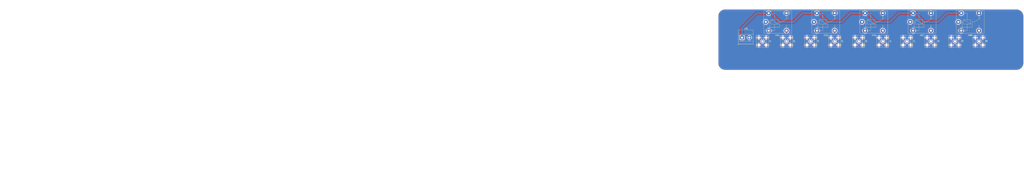
<source format=kicad_pcb>
(kicad_pcb (version 20211014) (generator pcbnew)
  (layers (0 "F.Cu" signal) (31 "B.Cu" signal) (34 "B.Paste" user) (35 "F.Paste" user) (36 "B.SilkS" user "B.Silkscreen") (37 "F.SilkS" user "F.Silkscreen") (38 "B.Mask" user) (39 "F.Mask" user) (44 "Edge.Cuts" user))
  (net 0 "")
  (net 1 "Net-(J0-Pad1)")
  (net 2 "GND")
  (net 3 "Net-(J1-Pad1)")
  (net 4 "Net-(J2-Pad1)")
  (net 5 "Net-(J3-Pad1)")
  (net 6 "Net-(J4-Pad1)")
  (net 7 "Net-(J5-Pad1)")
  (net 8 "Net-(J6-Pad1)")
  (net 9 "Net-(J7-Pad1)")
  (net 10 "Net-(J8-Pad1)")
  (net 11 "Net-(J9-Pad1)")
  (net 12 "+12V")
  (footprint "Connector_Coaxial:SMA_Amphenol_132203-12_Horizontal" (layer "F.Cu") (at 175.7 127.25 180)
    (fp_text reference "J7" (at -5.2 0 90) (layer "F.SilkS"))
    (fp_text value "SMA Connector")
    (fp_line (start -4.15 -4.15) (end -4.15 4.15) (layer "F.SilkS") (width 0.12))
    (fp_line (start 4.15 -4.15) (end 4.15 4.15) (layer "F.SilkS") (width 0.12))
    (fp_line (start -4.15 4.15) (end 4.15 4.15) (layer "F.SilkS") (width 0.12))
    (fp_line (start -4.15 -4.15) (end 4.15 -4.15) (layer "F.SilkS") (width 0.12))
    (pad "1" thru_hole circle (at 0 0 180) (size 2.25 2.25) (drill 1.5) (layers *.Cu *.Mask) (net 9 "Net-(J7-Pad1)"))
    (pad "2" thru_hole circle (at 2.54 2.54 270) (size 2.25 2.25) (drill 1.7) (layers *.Cu *.Mask) (net 2 "GND"))
    (pad "2" thru_hole circle (at 2.54 -2.54 180) (size 2.25 2.25) (drill 1.7) (layers *.Cu *.Mask) (net 2 "GND"))
    (pad "2" thru_hole circle (at -2.54 2.54 180) (size 2.25 2.25) (drill 1.7) (layers *.Cu *.Mask) (net 2 "GND"))
    (pad "2" thru_hole circle (at -2.54 -2.54 180) (size 2.25 2.25) (drill 1.7) (layers *.Cu *.Mask) (net 2 "GND"))
  )
  (footprint "Connector_Coaxial:SMA_Amphenol_132203-12_Horizontal" (layer "F.Cu") (at 192.2 127.25 180)
    (fp_text reference "J6" (at -5.2 0 90) (layer "F.SilkS"))
    (fp_text value "SMA Connector")
    (fp_line (start -4.15 4.15) (end 4.15 4.15) (layer "F.SilkS") (width 0.12))
    (fp_line (start -4.15 -4.15) (end -4.15 4.15) (layer "F.SilkS") (width 0.12))
    (fp_line (start 4.15 -4.15) (end 4.15 4.15) (layer "F.SilkS") (width 0.12))
    (fp_line (start -4.15 -4.15) (end 4.15 -4.15) (layer "F.SilkS") (width 0.12))
    (pad "1" thru_hole circle (at 0 0 180) (size 2.25 2.25) (drill 1.5) (layers *.Cu *.Mask) (net 8 "Net-(J6-Pad1)"))
    (pad "2" thru_hole circle (at -2.54 2.54 180) (size 2.25 2.25) (drill 1.7) (layers *.Cu *.Mask) (net 2 "GND"))
    (pad "2" thru_hole circle (at 2.54 2.54 270) (size 2.25 2.25) (drill 1.7) (layers *.Cu *.Mask) (net 2 "GND"))
    (pad "2" thru_hole circle (at -2.54 -2.54 180) (size 2.25 2.25) (drill 1.7) (layers *.Cu *.Mask) (net 2 "GND"))
    (pad "2" thru_hole circle (at 2.54 -2.54 180) (size 2.25 2.25) (drill 1.7) (layers *.Cu *.Mask) (net 2 "GND"))
  )
  (footprint "Connector_Coaxial:SMA_Amphenol_132203-12_Horizontal" (layer "F.Cu") (at 142.7 127.25 180)
    (fp_text reference "J5" (at -5.2 0 90) (layer "F.SilkS"))
    (fp_text value "SMA Connector")
    (fp_line (start -4.15 4.15) (end 4.15 4.15) (layer "F.SilkS") (width 0.12))
    (fp_line (start -4.15 -4.15) (end -4.15 4.15) (layer "F.SilkS") (width 0.12))
    (fp_line (start 4.15 -4.15) (end 4.15 4.15) (layer "F.SilkS") (width 0.12))
    (fp_line (start -4.15 -4.15) (end 4.15 -4.15) (layer "F.SilkS") (width 0.12))
    (pad "1" thru_hole circle (at 0 0 180) (size 2.25 2.25) (drill 1.5) (layers *.Cu *.Mask) (net 7 "Net-(J5-Pad1)"))
    (pad "2" thru_hole circle (at -2.54 -2.54 180) (size 2.25 2.25) (drill 1.7) (layers *.Cu *.Mask) (net 2 "GND"))
    (pad "2" thru_hole circle (at 2.54 -2.54 180) (size 2.25 2.25) (drill 1.7) (layers *.Cu *.Mask) (net 2 "GND"))
    (pad "2" thru_hole circle (at -2.54 2.54 180) (size 2.25 2.25) (drill 1.7) (layers *.Cu *.Mask) (net 2 "GND"))
    (pad "2" thru_hole circle (at 2.54 2.54 270) (size 2.25 2.25) (drill 1.7) (layers *.Cu *.Mask) (net 2 "GND"))
  )
  (footprint "Relay_THT:Relay_SPDT_Finder_36.11" (layer "F.Cu") (at 145 113.9)
    (fp_text reference "K45" (at 8.1 9.2) (layer "F.SilkS"))
    (fp_text value "FINDER-36.11")
    (fp_line (start -1.5 -7.7) (end 17.7 -7.7) (layer "F.SilkS") (width 0.12))
    (fp_line (start 8.5 1.5) (end 3.5 -1.5) (layer "F.SilkS") (width 0.12))
    (fp_line (start 2.6 0) (end 2.6 3.7) (layer "F.SilkS") (width 0.12))
    (fp_line (start 6 -6) (end 6 -1.5) (layer "F.SilkS") (width 0.12))
    (fp_line (start -1.5 -7.7) (end -1.5 -1.2) (layer "F.SilkS") (width 0.12))
    (fp_line (start 14.2 4.3) (end 14.2 2) (layer "F.SilkS") (width 0.12))
    (fp_line (start 9.5 0) (end 9.5 3.7) (layer "F.SilkS") (width 0.12))
    (fp_line (start 9.5 0) (end 11 0) (layer "F.SilkS") (width 0.12))
    (fp_line (start 8.5 1.5) (end 3.5 1.5) (layer "F.SilkS") (width 0.12))
    (fp_line (start -1.5 1.2) (end -1.5 7.7) (layer "F.SilkS") (width 0.12))
    (fp_line (start 6 -6) (end 3.7 -6) (layer "F.SilkS") (width 0.12))
    (fp_line (start 2.6 0) (end 1.7 0) (layer "F.SilkS") (width 0.12))
    (fp_line (start 3.5 -1.5) (end 8.5 -1.5) (layer "F.SilkS") (width 0.12))
    (fp_line (start 3.5 1.5) (end 3.5 -1.5) (layer "F.SilkS") (width 0.12))
    (fp_line (start 17.7 7.7) (end -1.5 7.7) (layer "F.SilkS") (width 0.12))
    (fp_line (start 17.7 -7.7) (end 17.7 7.7) (layer "F.SilkS") (width 0.12))
    (fp_line (start 8.5 -1.5) (end 8.5 1.5) (layer "F.SilkS") (width 0.12))
    (fp_line (start 6 1.5) (end 6 6) (layer "F.SilkS") (width 0.12))
    (fp_line (start 9.5 3.7) (end 2.6 3.7) (layer "F.SilkS") (width 0.12))
    (fp_line (start 3.7 6) (end 6 6) (layer "F.SilkS") (width 0.12))
    (fp_line (start 14.2 -4.3) (end 14.2 -2) (layer "F.SilkS") (width 0.12))
    (fp_line (start 11 0) (end 15.5 -2.7) (layer "F.SilkS") (width 0.12))
    (pad "11" thru_hole circle (at 0 0) (size 3 3) (drill 1.3) (layers *.Cu *.Mask) (net 7 "Net-(J5-Pad1)"))
    (pad "12" thru_hole circle (at 14.2 -6) (size 3 3) (drill 1.3) (layers *.Cu *.Mask) (net 2 "GND"))
    (pad "14" thru_hole circle (at 14.2 6) (size 3 3) (drill 1.3) (layers *.Cu *.Mask) (net 6 "Net-(J4-Pad1)"))
    (pad "A1" thru_hole circle (at 2 6) (size 3 3) (drill 1.3) (layers *.Cu *.Mask) (net 2 "GND"))
    (pad "A2" thru_hole circle (at 2 -6) (size 3 3) (drill 1.3) (layers *.Cu *.Mask) (net 12 "+12V"))
  )
  (footprint "Connector_Coaxial:SMA_Amphenol_132203-12_Horizontal" (layer "F.Cu") (at 109.7 127.25 180)
    (fp_text reference "J3" (at -5.2 0 90) (layer "F.SilkS"))
    (fp_text value "SMA Connector")
    (fp_line (start -4.15 -4.15) (end 4.15 -4.15) (layer "F.SilkS") (width 0.12))
    (fp_line (start -4.15 -4.15) (end -4.15 4.15) (layer "F.SilkS") (width 0.12))
    (fp_line (start -4.15 4.15) (end 4.15 4.15) (layer "F.SilkS") (width 0.12))
    (fp_line (start 4.15 -4.15) (end 4.15 4.15) (layer "F.SilkS") (width 0.12))
    (pad "1" thru_hole circle (at 0 0 180) (size 2.25 2.25) (drill 1.5) (layers *.Cu *.Mask) (net 5 "Net-(J3-Pad1)"))
    (pad "2" thru_hole circle (at -2.54 -2.54 180) (size 2.25 2.25) (drill 1.7) (layers *.Cu *.Mask) (net 2 "GND"))
    (pad "2" thru_hole circle (at 2.54 2.54 270) (size 2.25 2.25) (drill 1.7) (layers *.Cu *.Mask) (net 2 "GND"))
    (pad "2" thru_hole circle (at 2.54 -2.54 180) (size 2.25 2.25) (drill 1.7) (layers *.Cu *.Mask) (net 2 "GND"))
    (pad "2" thru_hole circle (at -2.54 2.54 180) (size 2.25 2.25) (drill 1.7) (layers *.Cu *.Mask) (net 2 "GND"))
  )
  (footprint "Connector_Coaxial:SMA_Amphenol_132203-12_Horizontal" (layer "F.Cu") (at 159.2 127.25 180)
    (fp_text reference "J4" (at -5.2 0 90) (layer "F.SilkS"))
    (fp_text value "SMA Connector")
    (fp_line (start -4.15 4.15) (end 4.15 4.15) (layer "F.SilkS") (width 0.12))
    (fp_line (start 4.15 -4.15) (end 4.15 4.15) (layer "F.SilkS") (width 0.12))
    (fp_line (start -4.15 -4.15) (end -4.15 4.15) (layer "F.SilkS") (width 0.12))
    (fp_line (start -4.15 -4.15) (end 4.15 -4.15) (layer "F.SilkS") (width 0.12))
    (pad "1" thru_hole circle (at 0 0 180) (size 2.25 2.25) (drill 1.5) (layers *.Cu *.Mask) (net 6 "Net-(J4-Pad1)"))
    (pad "2" thru_hole circle (at -2.54 -2.54 180) (size 2.25 2.25) (drill 1.7) (layers *.Cu *.Mask) (net 2 "GND"))
    (pad "2" thru_hole circle (at 2.54 2.54 270) (size 2.25 2.25) (drill 1.7) (layers *.Cu *.Mask) (net 2 "GND"))
    (pad "2" thru_hole circle (at -2.54 2.54 180) (size 2.25 2.25) (drill 1.7) (layers *.Cu *.Mask) (net 2 "GND"))
    (pad "2" thru_hole circle (at 2.54 -2.54 180) (size 2.25 2.25) (drill 1.7) (layers *.Cu *.Mask) (net 2 "GND"))
  )
  (footprint "Relay_THT:Relay_SPDT_Finder_36.11" (layer "F.Cu") (at 211 113.9)
    (fp_text reference "K89" (at 8.1 9.2) (layer "F.SilkS"))
    (fp_text value "FINDER-36.11")
    (fp_line (start 14.2 4.3) (end 14.2 2) (layer "F.SilkS") (width 0.12))
    (fp_line (start 3.5 -1.5) (end 8.5 -1.5) (layer "F.SilkS") (width 0.12))
    (fp_line (start -1.5 -7.7) (end -1.5 -1.2) (layer "F.SilkS") (width 0.12))
    (fp_line (start 9.5 0) (end 9.5 3.7) (layer "F.SilkS") (width 0.12))
    (fp_line (start 3.5 1.5) (end 3.5 -1.5) (layer "F.SilkS") (width 0.12))
    (fp_line (start 8.5 1.5) (end 3.5 1.5) (layer "F.SilkS") (width 0.12))
    (fp_line (start 9.5 0) (end 11 0) (layer "F.SilkS") (width 0.12))
    (fp_line (start 8.5 1.5) (end 3.5 -1.5) (layer "F.SilkS") (width 0.12))
    (fp_line (start 17.7 -7.7) (end 17.7 7.7) (layer "F.SilkS") (width 0.12))
    (fp_line (start 2.6 0) (end 2.6 3.7) (layer "F.SilkS") (width 0.12))
    (fp_line (start 17.7 7.7) (end -1.5 7.7) (layer "F.SilkS") (width 0.12))
    (fp_line (start 6 -6) (end 6 -1.5) (layer "F.SilkS") (width 0.12))
    (fp_line (start 14.2 -4.3) (end 14.2 -2) (layer "F.SilkS") (width 0.12))
    (fp_line (start 3.7 6) (end 6 6) (layer "F.SilkS") (width 0.12))
    (fp_line (start -1.5 -7.7) (end 17.7 -7.7) (layer "F.SilkS") (width 0.12))
    (fp_line (start 6 -6) (end 3.7 -6) (layer "F.SilkS") (width 0.12))
    (fp_line (start 9.5 3.7) (end 2.6 3.7) (layer "F.SilkS") (width 0.12))
    (fp_line (start -1.5 1.2) (end -1.5 7.7) (layer "F.SilkS") (width 0.12))
    (fp_line (start 11 0) (end 15.5 -2.7) (layer "F.SilkS") (width 0.12))
    (fp_line (start 2.6 0) (end 1.7 0) (layer "F.SilkS") (width 0.12))
    (fp_line (start 6 1.5) (end 6 6) (layer "F.SilkS") (width 0.12))
    (fp_line (start 8.5 -1.5) (end 8.5 1.5) (layer "F.SilkS") (width 0.12))
    (pad "11" thru_hole circle (at 0 0) (size 3 3) (drill 1.3) (layers *.Cu *.Mask) (net 11 "Net-(J9-Pad1)"))
    (pad "12" thru_hole circle (at 14.2 -6) (size 3 3) (drill 1.3) (layers *.Cu *.Mask) (net 2 "GND"))
    (pad "14" thru_hole circle (at 14.2 6) (size 3 3) (drill 1.3) (layers *.Cu *.Mask) (net 10 "Net-(J8-Pad1)"))
    (pad "A1" thru_hole circle (at 2 6) (size 3 3) (drill 1.3) (layers *.Cu *.Mask) (net 2 "GND"))
    (pad "A2" thru_hole circle (at 2 -6) (size 3 3) (drill 1.3) (layers *.Cu *.Mask) (net 12 "+12V"))
  )
  (footprint "Relay_THT:Relay_SPDT_Finder_36.11" (layer "F.Cu") (at 112 113.9)
    (fp_text reference "K23" (at 8.1 9.2) (layer "F.SilkS"))
    (fp_text value "FINDER-36.11")
    (fp_line (start 14.2 -4.3) (end 14.2 -2) (layer "F.SilkS") (width 0.12))
    (fp_line (start 8.5 -1.5) (end 8.5 1.5) (layer "F.SilkS") (width 0.12))
    (fp_line (start -1.5 -7.7) (end -1.5 -1.2) (layer "F.SilkS") (width 0.12))
    (fp_line (start 17.7 -7.7) (end 17.7 7.7) (layer "F.SilkS") (width 0.12))
    (fp_line (start 8.5 1.5) (end 3.5 1.5) (layer "F.SilkS") (width 0.12))
    (fp_line (start 8.5 1.5) (end 3.5 -1.5) (layer "F.SilkS") (width 0.12))
    (fp_line (start 17.7 7.7) (end -1.5 7.7) (layer "F.SilkS") (width 0.12))
    (fp_line (start 3.5 -1.5) (end 8.5 -1.5) (layer "F.SilkS") (width 0.12))
    (fp_line (start 6 -6) (end 6 -1.5) (layer "F.SilkS") (width 0.12))
    (fp_line (start 9.5 3.7) (end 2.6 3.7) (layer "F.SilkS") (width 0.12))
    (fp_line (start 2.6 0) (end 1.7 0) (layer "F.SilkS") (width 0.12))
    (fp_line (start 6 1.5) (end 6 6) (layer "F.SilkS") (width 0.12))
    (fp_line (start 3.7 6) (end 6 6) (layer "F.SilkS") (width 0.12))
    (fp_line (start 11 0) (end 15.5 -2.7) (layer "F.SilkS") (width 0.12))
    (fp_line (start 9.5 0) (end 11 0) (layer "F.SilkS") (width 0.12))
    (fp_line (start 3.5 1.5) (end 3.5 -1.5) (layer "F.SilkS") (width 0.12))
    (fp_line (start 6 -6) (end 3.7 -6) (layer "F.SilkS") (width 0.12))
    (fp_line (start 14.2 4.3) (end 14.2 2) (layer "F.SilkS") (width 0.12))
    (fp_line (start 2.6 0) (end 2.6 3.7) (layer "F.SilkS") (width 0.12))
    (fp_line (start -1.5 -7.7) (end 17.7 -7.7) (layer "F.SilkS") (width 0.12))
    (fp_line (start 9.5 0) (end 9.5 3.7) (layer "F.SilkS") (width 0.12))
    (fp_line (start -1.5 1.2) (end -1.5 7.7) (layer "F.SilkS") (width 0.12))
    (pad "11" thru_hole circle (at 0 0) (size 3 3) (drill 1.3) (layers *.Cu *.Mask) (net 5 "Net-(J3-Pad1)"))
    (pad "12" thru_hole circle (at 14.2 -6) (size 3 3) (drill 1.3) (layers *.Cu *.Mask) (net 2 "GND"))
    (pad "14" thru_hole circle (at 14.2 6) (size 3 3) (drill 1.3) (layers *.Cu *.Mask) (net 4 "Net-(J2-Pad1)"))
    (pad "A1" thru_hole circle (at 2 6) (size 3 3) (drill 1.3) (layers *.Cu *.Mask) (net 2 "GND"))
    (pad "A2" thru_hole circle (at 2 -6) (size 3 3) (drill 1.3) (layers *.Cu *.Mask) (net 12 "+12V"))
  )
  (footprint "Connector_Coaxial:SMA_Amphenol_132203-12_Horizontal" (layer "F.Cu") (at 93.2 127.25 180)
    (fp_text reference "J0" (at -5.2 0 90) (layer "F.SilkS"))
    (fp_text value "SMA Connector")
    (fp_line (start -4.15 -4.15) (end -4.15 4.15) (layer "F.SilkS") (width 0.12))
    (fp_line (start -4.15 -4.15) (end 4.15 -4.15) (layer "F.SilkS") (width 0.12))
    (fp_line (start 4.15 -4.15) (end 4.15 4.15) (layer "F.SilkS") (width 0.12))
    (fp_line (start -4.15 4.15) (end 4.15 4.15) (layer "F.SilkS") (width 0.12))
    (pad "1" thru_hole circle (at 0 0 180) (size 2.25 2.25) (drill 1.5) (layers *.Cu *.Mask) (net 1 "Net-(J0-Pad1)"))
    (pad "2" thru_hole circle (at 2.54 -2.54 180) (size 2.25 2.25) (drill 1.7) (layers *.Cu *.Mask) (net 2 "GND"))
    (pad "2" thru_hole circle (at -2.54 2.54 180) (size 2.25 2.25) (drill 1.7) (layers *.Cu *.Mask) (net 2 "GND"))
    (pad "2" thru_hole circle (at -2.54 -2.54 180) (size 2.25 2.25) (drill 1.7) (layers *.Cu *.Mask) (net 2 "GND"))
    (pad "2" thru_hole circle (at 2.54 2.54 270) (size 2.25 2.25) (drill 1.7) (layers *.Cu *.Mask) (net 2 "GND"))
  )
  (footprint "Connector_Coaxial:SMA_Amphenol_132203-12_Horizontal" (layer "F.Cu") (at 76.7 127.25 180)
    (fp_text reference "J1" (at -5.2 0 90) (layer "F.SilkS"))
    (fp_text value "SMA Connector")
    (fp_line (start -4.15 4.15) (end 4.15 4.15) (layer "F.SilkS") (width 0.12))
    (fp_line (start -4.15 -4.15) (end -4.15 4.15) (layer "F.SilkS") (width 0.12))
    (fp_line (start 4.15 -4.15) (end 4.15 4.15) (layer "F.SilkS") (width 0.12))
    (fp_line (start -4.15 -4.15) (end 4.15 -4.15) (layer "F.SilkS") (width 0.12))
    (pad "1" thru_hole circle (at 0 0 180) (size 2.25 2.25) (drill 1.5) (layers *.Cu *.Mask) (net 3 "Net-(J1-Pad1)"))
    (pad "2" thru_hole circle (at -2.54 -2.54 180) (size 2.25 2.25) (drill 1.7) (layers *.Cu *.Mask) (net 2 "GND"))
    (pad "2" thru_hole circle (at 2.54 2.54 270) (size 2.25 2.25) (drill 1.7) (layers *.Cu *.Mask) (net 2 "GND"))
    (pad "2" thru_hole circle (at 2.54 -2.54 180) (size 2.25 2.25) (drill 1.7) (layers *.Cu *.Mask) (net 2 "GND"))
    (pad "2" thru_hole circle (at -2.54 2.54 180) (size 2.25 2.25) (drill 1.7) (layers *.Cu *.Mask) (net 2 "GND"))
  )
  (footprint "Connector_Coaxial:SMA_Amphenol_132203-12_Horizontal" (layer "F.Cu") (at 225.2 127.25 180)
    (fp_text reference "J8" (at -5.2 0 90) (layer "F.SilkS"))
    (fp_text value "SMA Connector")
    (fp_line (start -4.15 -4.15) (end 4.15 -4.15) (layer "F.SilkS") (width 0.12))
    (fp_line (start -4.15 -4.15) (end -4.15 4.15) (layer "F.SilkS") (width 0.12))
    (fp_line (start -4.15 4.15) (end 4.15 4.15) (layer "F.SilkS") (width 0.12))
    (fp_line (start 4.15 -4.15) (end 4.15 4.15) (layer "F.SilkS") (width 0.12))
    (pad "1" thru_hole circle (at 0 0 180) (size 2.25 2.25) (drill 1.5) (layers *.Cu *.Mask) (net 10 "Net-(J8-Pad1)"))
    (pad "2" thru_hole circle (at 2.54 2.54 270) (size 2.25 2.25) (drill 1.7) (layers *.Cu *.Mask) (net 2 "GND"))
    (pad "2" thru_hole circle (at 2.54 -2.54 180) (size 2.25 2.25) (drill 1.7) (layers *.Cu *.Mask) (net 2 "GND"))
    (pad "2" thru_hole circle (at -2.54 -2.54 180) (size 2.25 2.25) (drill 1.7) (layers *.Cu *.Mask) (net 2 "GND"))
    (pad "2" thru_hole circle (at -2.54 2.54 180) (size 2.25 2.25) (drill 1.7) (layers *.Cu *.Mask) (net 2 "GND"))
  )
  (footprint "Connector_Coaxial:SMA_Amphenol_132203-12_Horizontal" (layer "F.Cu") (at 126.2 127.25 180)
    (fp_text reference "J2" (at -5.2 0 90) (layer "F.SilkS"))
    (fp_text value "SMA Connector")
    (fp_line (start -4.15 4.15) (end 4.15 4.15) (layer "F.SilkS") (width 0.12))
    (fp_line (start -4.15 -4.15) (end -4.15 4.15) (layer "F.SilkS") (width 0.12))
    (fp_line (start -4.15 -4.15) (end 4.15 -4.15) (layer "F.SilkS") (width 0.12))
    (fp_line (start 4.15 -4.15) (end 4.15 4.15) (layer "F.SilkS") (width 0.12))
    (pad "1" thru_hole circle (at 0 0 180) (size 2.25 2.25) (drill 1.5) (layers *.Cu *.Mask) (net 4 "Net-(J2-Pad1)"))
    (pad "2" thru_hole circle (at -2.54 2.54 180) (size 2.25 2.25) (drill 1.7) (layers *.Cu *.Mask) (net 2 "GND"))
    (pad "2" thru_hole circle (at 2.54 2.54 270) (size 2.25 2.25) (drill 1.7) (layers *.Cu *.Mask) (net 2 "GND"))
    (pad "2" thru_hole circle (at 2.54 -2.54 180) (size 2.25 2.25) (drill 1.7) (layers *.Cu *.Mask) (net 2 "GND"))
    (pad "2" thru_hole circle (at -2.54 -2.54 180) (size 2.25 2.25) (drill 1.7) (layers *.Cu *.Mask) (net 2 "GND"))
  )
  (footprint "Relay_THT:Relay_SPDT_Finder_36.11" (layer "F.Cu") (at 178 113.9)
    (fp_text reference "K67" (at 8.1 9.2) (layer "F.SilkS"))
    (fp_text value "FINDER-36.11")
    (fp_line (start -1.5 -7.7) (end 17.7 -7.7) (layer "F.SilkS") (width 0.12))
    (fp_line (start 9.5 3.7) (end 2.6 3.7) (layer "F.SilkS") (width 0.12))
    (fp_line (start 14.2 4.3) (end 14.2 2) (layer "F.SilkS") (width 0.12))
    (fp_line (start 3.5 1.5) (end 3.5 -1.5) (layer "F.SilkS") (width 0.12))
    (fp_line (start 17.7 -7.7) (end 17.7 7.7) (layer "F.SilkS") (width 0.12))
    (fp_line (start 2.6 0) (end 2.6 3.7) (layer "F.SilkS") (width 0.12))
    (fp_line (start 9.5 0) (end 9.5 3.7) (layer "F.SilkS") (width 0.12))
    (fp_line (start 3.5 -1.5) (end 8.5 -1.5) (layer "F.SilkS") (width 0.12))
    (fp_line (start 3.7 6) (end 6 6) (layer "F.SilkS") (width 0.12))
    (fp_line (start 2.6 0) (end 1.7 0) (layer "F.SilkS") (width 0.12))
    (fp_line (start 11 0) (end 15.5 -2.7) (layer "F.SilkS") (width 0.12))
    (fp_line (start 14.2 -4.3) (end 14.2 -2) (layer "F.SilkS") (width 0.12))
    (fp_line (start 6 1.5) (end 6 6) (layer "F.SilkS") (width 0.12))
    (fp_line (start -1.5 1.2) (end -1.5 7.7) (layer "F.SilkS") (width 0.12))
    (fp_line (start 9.5 0) (end 11 0) (layer "F.SilkS") (width 0.12))
    (fp_line (start 8.5 1.5) (end 3.5 -1.5) (layer "F.SilkS") (width 0.12))
    (fp_line (start 6 -6) (end 6 -1.5) (layer "F.SilkS") (width 0.12))
    (fp_line (start -1.5 -7.7) (end -1.5 -1.2) (layer "F.SilkS") (width 0.12))
    (fp_line (start 8.5 -1.5) (end 8.5 1.5) (layer "F.SilkS") (width 0.12))
    (fp_line (start 6 -6) (end 3.7 -6) (layer "F.SilkS") (width 0.12))
    (fp_line (start 8.5 1.5) (end 3.5 1.5) (layer "F.SilkS") (width 0.12))
    (fp_line (start 17.7 7.7) (end -1.5 7.7) (layer "F.SilkS") (width 0.12))
    (pad "11" thru_hole circle (at 0 0) (size 3 3) (drill 1.3) (layers *.Cu *.Mask) (net 9 "Net-(J7-Pad1)"))
    (pad "12" thru_hole circle (at 14.2 -6) (size 3 3) (drill 1.3) (layers *.Cu *.Mask) (net 2 "GND"))
    (pad "14" thru_hole circle (at 14.2 6) (size 3 3) (drill 1.3) (layers *.Cu *.Mask) (net 8 "Net-(J6-Pad1)"))
    (pad "A1" thru_hole circle (at 2 6) (size 3 3) (drill 1.3) (layers *.Cu *.Mask) (net 2 "GND"))
    (pad "A2" thru_hole circle (at 2 -6) (size 3 3) (drill 1.3) (layers *.Cu *.Mask) (net 12 "+12V"))
  )
  (footprint "TerminalBlock_Phoenix:TerminalBlock_Phoenix_MKDS-1,5-2_1x02_P5.00mm_Horizontal" (layer "F.Cu") (at 62.7 124.705001)
    (fp_text reference "J10" (at 2.5 -6.26) (layer "F.SilkS"))
    (fp_text value "Screw_Terminal_01x02")
    (fp_line (start -2.8 4.9) (end -2.3 4.9) (layer "F.SilkS") (width 0.12))
    (fp_line (start -2.56 -2.301) (end 7.56 -2.301) (layer "F.SilkS") (width 0.12))
    (fp_line (start -2.56 4.66) (end 7.56 4.66) (layer "F.SilkS") (width 0.12))
    (fp_line (start 6.07 -1.275) (end 6.035 -1.239) (layer "F.SilkS") (width 0.12))
    (fp_line (start -2.56 -5.261) (end 7.56 -5.261) (layer "F.SilkS") (width 0.12))
    (fp_line (start 3.966 1.239) (end 3.931 1.274) (layer "F.SilkS") (width 0.12))
    (fp_line (start 6.275 -1.069) (end 6.228 -1.023) (layer "F.SilkS") (width 0.12))
    (fp_line (start 3.773 1.023) (end 3.726 1.069) (layer "F.SilkS") (width 0.12))
    (fp_line (start -2.56 4.1) (end 7.56 4.1) (layer "F.SilkS") (width 0.12))
    (fp_line (start -2.56 2.6) (end 7.56 2.6) (layer "F.SilkS") (width 0.12))
    (fp_line (start -2.8 4.16) (end -2.8 4.9) (layer "F.SilkS") (width 0.12))
    (fp_line (start 7.56 -5.261) (end 7.56 4.66) (layer "F.SilkS") (width 0.12))
    (fp_line (start -2.56 -5.261) (end -2.56 4.66) (layer "F.SilkS") (width 0.12))
    (fp_arc (start 0.028805 1.680253) (mid -0.335551 1.646659) (end -0.684 1.535) (layer "F.SilkS") (width 0.12))
    (fp_arc (start 0.683318 1.534756) (mid 0.349292 1.643288) (end 0 1.68) (layer "F.SilkS") (width 0.12))
    (fp_arc (start -0.683042 -1.535427) (mid 0.000524 -1.680501) (end 0.684 -1.535) (layer "F.SilkS") (width 0.12))
    (fp_arc (start -1.535427 0.683042) (mid -1.680501 -0.000524) (end -1.535 -0.684) (layer "F.SilkS") (width 0.12))
    (fp_arc (start 1.535427 -0.683042) (mid 1.680501 0.000524) (end 1.535 0.684) (layer "F.SilkS") (width 0.12))
    (fp_circle (center 5 0) (end 6.68 0) (layer "F.SilkS") (width 0.12) (fill none))
    (pad "1" thru_hole rect (at 0 0) (size 2.6 2.6) (drill 1.3) (layers *.Cu *.Mask) (net 12 "+12V"))
    (pad "2" thru_hole circle (at 5 0) (size 2.6 2.6) (drill 1.3) (layers *.Cu *.Mask) (net 2 "GND"))
  )
  (footprint "Connector_Coaxial:SMA_Amphenol_132203-12_Horizontal" (layer "F.Cu") (at 208.7 127.25 180)
    (fp_text reference "J9" (at -5.2 0 90) (layer "F.SilkS"))
    (fp_text value "SMA Connector")
    (fp_line (start 4.15 -4.15) (end 4.15 4.15) (layer "F.SilkS") (width 0.12))
    (fp_line (start -4.15 4.15) (end 4.15 4.15) (layer "F.SilkS") (width 0.12))
    (fp_line (start -4.15 -4.15) (end 4.15 -4.15) (layer "F.SilkS") (width 0.12))
    (fp_line (start -4.15 -4.15) (end -4.15 4.15) (layer "F.SilkS") (width 0.12))
    (pad "1" thru_hole circle (at 0 0 180) (size 2.25 2.25) (drill 1.5) (layers *.Cu *.Mask) (net 11 "Net-(J9-Pad1)"))
    (pad "2" thru_hole circle (at 2.54 -2.54 180) (size 2.25 2.25) (drill 1.7) (layers *.Cu *.Mask) (net 2 "GND"))
    (pad "2" thru_hole circle (at -2.54 -2.54 180) (size 2.25 2.25) (drill 1.7) (layers *.Cu *.Mask) (net 2 "GND"))
    (pad "2" thru_hole circle (at 2.54 2.54 270) (size 2.25 2.25) (drill 1.7) (layers *.Cu *.Mask) (net 2 "GND"))
    (pad "2" thru_hole circle (at -2.54 2.54 180) (size 2.25 2.25) (drill 1.7) (layers *.Cu *.Mask) (net 2 "GND"))
  )
  (footprint "Relay_THT:Relay_SPDT_Finder_36.11" (layer "F.Cu") (at 78.949999 113.9)
    (fp_text reference "K01" (at 8.1 9.2) (layer "F.SilkS"))
    (fp_text value "FINDER-36.11")
    (fp_line (start 3.5 -1.5) (end 8.5 -1.5) (layer "F.SilkS") (width 0.12))
    (fp_line (start 8.5 1.5) (end 3.5 1.5) (layer "F.SilkS") (width 0.12))
    (fp_line (start 9.5 3.7) (end 2.6 3.7) (layer "F.SilkS") (width 0.12))
    (fp_line (start 2.6 0) (end 1.7 0) (layer "F.SilkS") (width 0.12))
    (fp_line (start -1.5 1.2) (end -1.5 7.7) (layer "F.SilkS") (width 0.12))
    (fp_line (start 11 0) (end 15.5 -2.7) (layer "F.SilkS") (width 0.12))
    (fp_line (start -1.5 -7.7) (end -1.5 -1.2) (layer "F.SilkS") (width 0.12))
    (fp_line (start 17.7 7.7) (end -1.5 7.7) (layer "F.SilkS") (width 0.12))
    (fp_line (start 6 -6) (end 6 -1.5) (layer "F.SilkS") (width 0.12))
    (fp_line (start 8.5 1.5) (end 3.5 -1.5) (layer "F.SilkS") (width 0.12))
    (fp_line (start 14.2 4.3) (end 14.2 2) (layer "F.SilkS") (width 0.12))
    (fp_line (start 9.5 0) (end 9.5 3.7) (layer "F.SilkS") (width 0.12))
    (fp_line (start 2.6 0) (end 2.6 3.7) (layer "F.SilkS") (width 0.12))
    (fp_line (start 3.7 6) (end 6 6) (layer "F.SilkS") (width 0.12))
    (fp_line (start 3.5 1.5) (end 3.5 -1.5) (layer "F.SilkS") (width 0.12))
    (fp_line (start 6 1.5) (end 6 6) (layer "F.SilkS") (width 0.12))
    (fp_line (start 9.5 0) (end 11 0) (layer "F.SilkS") (width 0.12))
    (fp_line (start 17.7 -7.7) (end 17.7 7.7) (layer "F.SilkS") (width 0.12))
    (fp_line (start 6 -6) (end 3.7 -6) (layer "F.SilkS") (width 0.12))
    (fp_line (start 14.2 -4.3) (end 14.2 -2) (layer "F.SilkS") (width 0.12))
    (fp_line (start 8.5 -1.5) (end 8.5 1.5) (layer "F.SilkS") (width 0.12))
    (fp_line (start -1.5 -7.7) (end 17.7 -7.7) (layer "F.SilkS") (width 0.12))
    (pad "11" thru_hole circle (at 0 0) (size 3 3) (drill 1.3) (layers *.Cu *.Mask) (net 3 "Net-(J1-Pad1)"))
    (pad "12" thru_hole circle (at 14.2 -6) (size 3 3) (drill 1.3) (layers *.Cu *.Mask) (net 2 "GND"))
    (pad "14" thru_hole circle (at 14.2 6) (size 3 3) (drill 1.3) (layers *.Cu *.Mask) (net 1 "Net-(J0-Pad1)"))
    (pad "A1" thru_hole circle (at 2 6) (size 3 3) (drill 1.3) (layers *.Cu *.Mask) (net 2 "GND"))
    (pad "A2" thru_hole circle (at 2 -6) (size 3 3) (drill 1.3) (layers *.Cu *.Mask) (net 12 "+12V"))
  )
  (gr_line (start 51 147.2) (end 251 147.2) (layer "Edge.Cuts") (width 0.1))
  (gr_arc (start 46 110) (mid 47.464466 106.464466) (end 51 105) (layer "Edge.Cuts") (width 0.1))
  (gr_arc (start 256 142.2) (mid 254.535534 145.735534) (end 251 147.2) (layer "Edge.Cuts") (width 0.1))
  (gr_arc (start 251 105) (mid 254.535534 106.464466) (end 256 110) (layer "Edge.Cuts") (width 0.1))
  (gr_line (start 46 110) (end 46 142.2) (layer "Edge.Cuts") (width 0.1))
  (gr_line (start 256 142.2) (end 256 110) (layer "Edge.Cuts") (width 0.1))
  (gr_line (start 251 105) (end 51 105) (layer "Edge.Cuts") (width 0.1))
  (gr_arc (start 51 147.2) (mid 47.464466 145.735534) (end 46 142.2) (layer "Edge.Cuts") (width 0.1))
  (segment (start 93.149999 127.199999) (end 93.2 127.25) (width 0.533) (layer "F.Cu") (net 1))
  (segment (start 93.149999 119.9) (end 93.149999 127.199999) (width 0.533) (layer "F.Cu") (net 1))
  (segment (start 76.7 116.149999) (end 78.949999 113.9) (width 0.533) (layer "F.Cu") (net 3))
  (segment (start 76.7 127.25) (end 76.7 116.149999) (width 0.533) (layer "F.Cu") (net 3))
  (segment (start 126.2 127.25) (end 126.2 119.9) (width 0.533) (layer "F.Cu") (net 4))
  (segment (start 109.7 127.25) (end 109.7 116.2) (width 0.533) (layer "F.Cu") (net 5))
  (segment (start 109.7 116.2) (end 112 113.9) (width 0.533) (layer "F.Cu") (net 5))
  (segment (start 159.2 127.25) (end 159.2 119.9) (width 0.533) (layer "F.Cu") (net 6))
  (segment (start 142.7 127.25) (end 142.7 116.2) (width 0.533) (layer "F.Cu") (net 7))
  (segment (start 142.7 116.2) (end 145 113.9) (width 0.533) (layer "F.Cu") (net 7))
  (segment (start 192.2 127.25) (end 192.2 119.9) (width 0.533) (layer "F.Cu") (net 8))
  (segment (start 175.7 116.2) (end 178 113.9) (width 0.533) (layer "F.Cu") (net 9))
  (segment (start 175.7 127.25) (end 175.7 116.2) (width 0.533) (layer "F.Cu") (net 9))
  (segment (start 225.2 127.25) (end 225.2 119.9) (width 0.533) (layer "F.Cu") (net 10))
  (segment (start 208.7 116.2) (end 211 113.9) (width 0.533) (layer "F.Cu") (net 11))
  (segment (start 208.7 127.25) (end 208.7 116.2) (width 0.533) (layer "F.Cu") (net 11))
  (segment (start 197.050001 114) (end 203.150001 107.9) (width 1.5) (layer "B.Cu") (net 12))
  (segment (start 88.7 114) (end 98 114) (width 1.5) (layer "B.Cu") (net 12))
  (segment (start 180 107.9) (end 181.650001 107.9) (width 1.5) (layer "B.Cu") (net 12))
  (segment (start 148.650001 107.9) (end 154.750001 114) (width 1.5) (layer "B.Cu") (net 12))
  (segment (start 170.150001 107.9) (end 180.050001 107.9) (width 1.5) (layer "B.Cu") (net 12))
  (segment (start 62.7 117.9) (end 72.7 107.9) (width 1.5) (layer "B.Cu") (net 12))
  (segment (start 187.750001 114) (end 197.050001 114) (width 1.5) (layer "B.Cu") (net 12))
  (segment (start 147 107.9) (end 148.650001 107.9) (width 1.5) (layer "B.Cu") (net 12))
  (segment (start 121.650001 114) (end 130.950001 114) (width 1.5) (layer "B.Cu") (net 12))
  (segment (start 98 114) (end 104.1 107.9) (width 1.5) (layer "B.Cu") (net 12))
  (segment (start 104.1 107.9) (end 114 107.9) (width 1.5) (layer "B.Cu") (net 12))
  (segment (start 72.7 107.9) (end 80.949999 107.9) (width 1.5) (layer "B.Cu") (net 12))
  (segment (start 154.750001 114) (end 164.050001 114) (width 1.5) (layer "B.Cu") (net 12))
  (segment (start 82.6 107.9) (end 88.7 114) (width 1.5) (layer "B.Cu") (net 12))
  (segment (start 113.9 107.9) (end 115.550001 107.9) (width 1.5) (layer "B.Cu") (net 12))
  (segment (start 181.650001 107.9) (end 187.750001 114) (width 1.5) (layer "B.Cu") (net 12))
  (segment (start 130.950001 114) (end 137.050001 107.9) (width 1.5) (layer "B.Cu") (net 12))
  (segment (start 137.050001 107.9) (end 146.950001 107.9) (width 1.5) (layer "B.Cu") (net 12))
  (segment (start 80.949999 107.9) (end 82.6 107.9) (width 1.5) (layer "B.Cu") (net 12))
  (segment (start 164.050001 114) (end 170.150001 107.9) (width 1.5) (layer "B.Cu") (net 12))
  (segment (start 115.550001 107.9) (end 121.650001 114) (width 1.5) (layer "B.Cu") (net 12))
  (segment (start 62.7 124.705001) (end 62.7 117.9) (width 1.5) (layer "B.Cu") (net 12))
  (segment (start 203.150001 107.9) (end 213.050001 107.9) (width 1.5) (layer "B.Cu") (net 12))
  (zone (net 2) (net_name "GND") (layers F&B.Cu) (connect_pads (clearance 0.508)) (min_thickness 0.254) (fill yes (thermal_gap 0.508) (thermal_bridge_width 0.508))
    (polygon (pts (xy 256 147.2) (xy 46 147.2) (xy 46 105) (xy 256 105)))
  )
)
</source>
